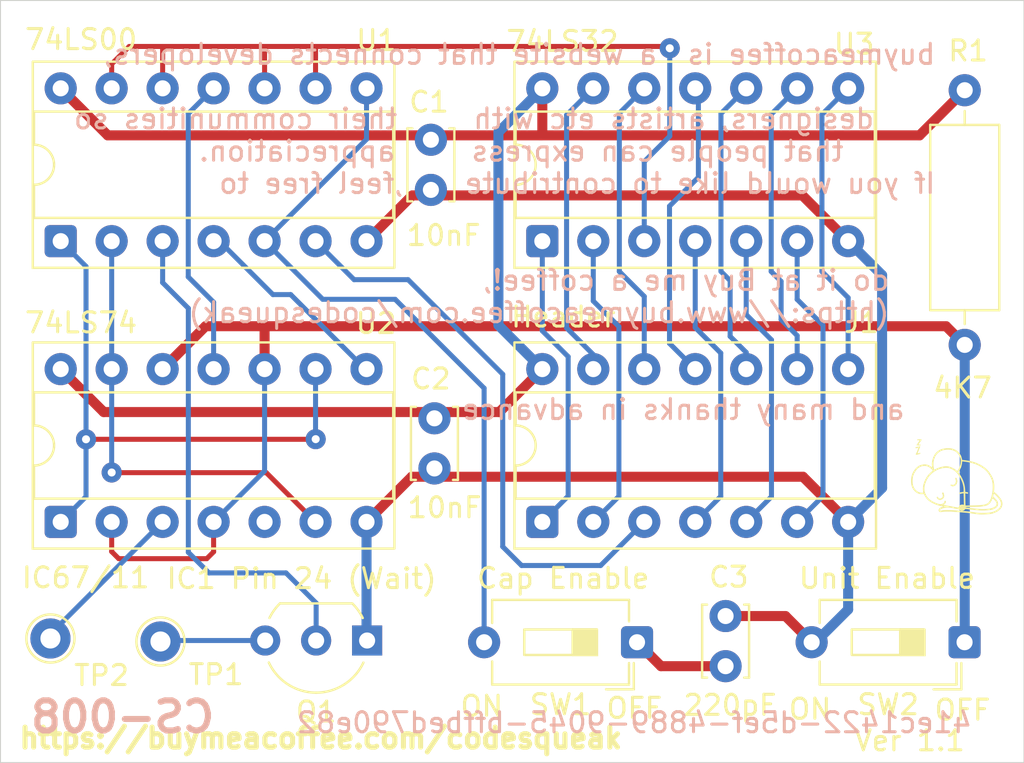
<source format=kicad_pcb>
(kicad_pcb (version 20241229) (generator "pcbnew") (generator_version "9.0")
  (title_block (title "N2 Screen Flash Eliminator - Kicad 9") (date "2025-04-26") (rev "1.1"))
  (layers (0 "F.Cu" signal) (2 "B.Cu" signal) (13 "F.Paste" user) (15 "B.Paste" user) (5 "F.SilkS" user "F.Silkscreen") (7 "B.SilkS" user "B.Silkscreen") (1 "F.Mask" user) (3 "B.Mask" user) (25 "Edge.Cuts" user))
  (net 0 "")
  (net 1 "Net-(C3-Pad1)")
  (net 2 "Net-(J1-Pin_1)")
  (net 3 "Net-(J1-Pin_2)")
  (net 4 "Net-(J1-Pin_3)")
  (net 5 "Net-(J1-Pin_4)")
  (net 6 "Net-(J1-Pin_5)")
  (net 7 "Net-(J1-Pin_6)")
  (net 8 "VCC")
  (net 9 "GND")
  (net 10 "Net-(J1-Pin_8)")
  (net 11 "Net-(J1-Pin_9)")
  (net 12 "Net-(J1-Pin_10)")
  (net 13 "Net-(J1-Pin_11)")
  (net 14 "Net-(J1-Pin_12)")
  (net 15 "Net-(J1-Pin_13)")
  (net 16 "Net-(Q1-B)")
  (net 17 "Net-(Q1-E)")
  (net 18 "Net-(U2A-D)")
  (net 19 "Net-(SW1-Pad2)")
  (net 20 "Net-(U2A-C)")
  (net 21 "Net-(U2A-~{R})")
  (net 22 "Net-(U2A-~{Q})")
  (net 23 "Net-(U2B-~{Q})")
  (net 24 "Net-(U1-Pad10)")
  (net 25 "Net-(U2B-C)")
  (footprint "TestPoint:TestPoint_THTPad_D2.0mm_Drill1.0mm" (layer "F.Cu") (at 111.48875 75.813352)
    (property "Reference" "TP2" (at 2.54788 1.841269 0) (layer "F.SilkS"))
    (property "Value" "IC67/11" (at 1.752942 -3.030278 180) (layer "F.SilkS"))
    (pad "1" thru_hole circle (at 0 0) (size 2 2) (drill 1) (layers "*.Cu" "*.Mask") (net 20 "Net-(U2A-C)"))
  )
  (footprint "Package_TO_SOT_THT:TO-92_Inline_Wide" (layer "F.Cu") (at 127.268962 75.914216 180)
    (property "Reference" "Q1" (at 2.54 -3.56 180) (layer "F.SilkS"))
    (property "Value" "BC557")
    (pad "1" thru_hole rect (at 0 0 180) (size 1.5 1.5) (drill 0.8) (layers "*.Cu" "*.Mask") (net 9 "GND"))
    (pad "2" thru_hole circle (at 2.54 0 180) (size 1.5 1.5) (drill 0.8) (layers "*.Cu" "*.Mask") (net 16 "Net-(Q1-B)"))
    (pad "3" thru_hole circle (at 5.08 0 180) (size 1.5 1.5) (drill 0.8) (layers "*.Cu" "*.Mask") (net 17 "Net-(Q1-E)"))
  )
  (footprint "Package_DIP:DIP-14_W7.62mm_Socket" (layer "F.Cu") (at 136 56 90)
    (property "Reference" "U3" (at 9.826138 15.538879 180) (layer "F.SilkS"))
    (property "Value" "74LS32" (at 9.963723 1.000674 180) (layer "F.SilkS"))
    (pad "1" thru_hole roundrect (at 0 0 90) (size 1.6 1.6) (drill 0.8) (layers "*.Cu" "*.Mask") (roundrect_rratio 0.15625) (net 2 "Net-(J1-Pin_1)"))
    (pad "2" thru_hole circle (at 0 2.54 90) (size 1.6 1.6) (drill 0.8) (layers "*.Cu" "*.Mask") (net 3 "Net-(J1-Pin_2)"))
    (pad "3" thru_hole circle (at 0 5.08 90) (size 1.6 1.6) (drill 0.8) (layers "*.Cu" "*.Mask") (net 24 "Net-(U1-Pad10)"))
    (pad "4" thru_hole circle (at 0 7.62 90) (size 1.6 1.6) (drill 0.8) (layers "*.Cu" "*.Mask") (net 5 "Net-(J1-Pin_4)"))
    (pad "5" thru_hole circle (at 0 10.16 90) (size 1.6 1.6) (drill 0.8) (layers "*.Cu" "*.Mask") (net 6 "Net-(J1-Pin_5)"))
    (pad "6" thru_hole circle (at 0 12.7 90) (size 1.6 1.6) (drill 0.8) (layers "*.Cu" "*.Mask") (net 7 "Net-(J1-Pin_6)"))
    (pad "7" thru_hole circle (at 0 15.24 90) (size 1.6 1.6) (drill 0.8) (layers "*.Cu" "*.Mask") (net 9 "GND"))
    (pad "8" thru_hole circle (at 7.62 15.24 90) (size 1.6 1.6) (drill 0.8) (layers "*.Cu" "*.Mask") (net 10 "Net-(J1-Pin_8)"))
    (pad "9" thru_hole circle (at 7.62 12.7 90) (size 1.6 1.6) (drill 0.8) (layers "*.Cu" "*.Mask") (net 11 "Net-(J1-Pin_9)"))
    (pad "10" thru_hole circle (at 7.62 10.16 90) (size 1.6 1.6) (drill 0.8) (layers "*.Cu" "*.Mask") (net 12 "Net-(J1-Pin_10)"))
    (pad "11" thru_hole circle (at 7.62 7.62 90) (size 1.6 1.6) (drill 0.8) (layers "*.Cu" "*.Mask") (net 13 "Net-(J1-Pin_11)"))
    (pad "12" thru_hole circle (at 7.62 5.08 90) (size 1.6 1.6) (drill 0.8) (layers "*.Cu" "*.Mask") (net 14 "Net-(J1-Pin_12)"))
    (pad "13" thru_hole circle (at 7.62 2.54 90) (size 1.6 1.6) (drill 0.8) (layers "*.Cu" "*.Mask") (net 15 "Net-(J1-Pin_13)"))
    (pad "14" thru_hole circle (at 7.62 0 90) (size 1.6 1.6) (drill 0.8) (layers "*.Cu" "*.Mask") (net 8 "VCC"))
  )
  (footprint "TestPoint:TestPoint_THTPad_D2.0mm_Drill1.0mm" (layer "F.Cu") (at 116.971788 75.962828)
    (property "Reference" "TP1" (at 2.772094 1.651026 0) (layer "F.SilkS"))
    (property "Value" "IC1 Pin 24 (Wait)" (at 7.032149 -3.138988 0) (layer "F.SilkS"))
    (pad "1" thru_hole circle (at 0 0) (size 2 2) (drill 1) (layers "*.Cu" "*.Mask") (net 17 "Net-(Q1-E)"))
  )
  (footprint "Button_Switch_THT:SW_DIP_SPSTx01_Slide_6.7x4.1mm_W7.62mm_P2.54mm_LowProfile" (layer "F.Cu") (at 140.719794 76 180)
    (property "Reference" "SW1" (at 3.81 -3.11 0) (layer "F.SilkS"))
    (property "Value" "Cap Enable" (at 3.679527 3.18695 0) (layer "F.SilkS"))
    (pad "1" thru_hole roundrect (at 0 0 180) (size 1.6 1.6) (drill 0.8) (layers "*.Cu" "*.Mask") (roundrect_rratio 0.15625) (net 1 "Net-(C3-Pad1)"))
    (pad "2" thru_hole circle (at 7.62 0 180) (size 1.6 1.6) (drill 0.8) (layers "*.Cu" "*.Mask") (net 19 "Net-(SW1-Pad2)"))
  )
  (footprint "Capacitor_THT:C_Disc_D3.4mm_W2.1mm_P2.50mm" (layer "F.Cu") (at 130.447432 50.944283 -90)
    (property "Reference" "C1" (at -1.881125 0.096725 180) (layer "F.SilkS"))
    (property "Value" "10nF" (at 4.768843 -0.637064 180) (layer "F.SilkS"))
    (pad "1" thru_hole circle (at 0 0 270) (size 1.6 1.6) (drill 0.8) (layers "*.Cu" "*.Mask") (net 8 "VCC"))
    (pad "2" thru_hole circle (at 2.5 0 270) (size 1.6 1.6) (drill 0.8) (layers "*.Cu" "*.Mask") (net 9 "GND"))
  )
  (footprint "Package_DIP:DIP-14_W7.62mm_Socket" (layer "F.Cu") (at 112 56 90)
    (property "Reference" "U1" (at 10.009585 15.736582 180) (layer "F.SilkS"))
    (property "Value" "74LS00" (at 10.055447 1.01493 180) (layer "F.SilkS"))
    (pad "1" thru_hole roundrect (at 0 0 90) (size 1.6 1.6) (drill 0.8) (layers "*.Cu" "*.Mask") (roundrect_rratio 0.15625) (net 21 "Net-(U2A-~{R})"))
    (pad "2" thru_hole circle (at 0 2.54 90) (size 1.6 1.6) (drill 0.8) (layers "*.Cu" "*.Mask") (net 22 "Net-(U2A-~{Q})"))
    (pad "3" thru_hole circle (at 0 5.08 90) (size 1.6 1.6) (drill 0.8) (layers "*.Cu" "*.Mask") (net 16 "Net-(Q1-B)"))
    (pad "4" thru_hole circle (at 0 7.62 90) (size 1.6 1.6) (drill 0.8) (layers "*.Cu" "*.Mask") (net 23 "Net-(U2B-~{Q})"))
    (pad "5" thru_hole circle (at 0 10.16 90) (size 1.6 1.6) (drill 0.8) (layers "*.Cu" "*.Mask") (net 19 "Net-(SW1-Pad2)"))
    (pad "6" thru_hole circle (at 0 12.7 90) (size 1.6 1.6) (drill 0.8) (layers "*.Cu" "*.Mask") (net 4 "Net-(J1-Pin_3)"))
    (pad "7" thru_hole circle (at 0 15.24 90) (size 1.6 1.6) (drill 0.8) (layers "*.Cu" "*.Mask") (net 9 "GND"))
    (pad "8" thru_hole circle (at 7.62 15.24 90) (size 1.6 1.6) (drill 0.8) (layers "*.Cu" "*.Mask") (net 19 "Net-(SW1-Pad2)"))
    (pad "9" thru_hole circle (at 7.62 12.7 90) (size 1.6 1.6) (drill 0.8) (layers "*.Cu" "*.Mask") (net 24 "Net-(U1-Pad10)"))
    (pad "10" thru_hole circle (at 7.62 10.16 90) (size 1.6 1.6) (drill 0.8) (layers "*.Cu" "*.Mask") (net 24 "Net-(U1-Pad10)"))
    (pad "11" thru_hole circle (at 7.62 7.62 90) (size 1.6 1.6) (drill 0.8) (layers "*.Cu" "*.Mask") (net 25 "Net-(U2B-C)"))
    (pad "12" thru_hole circle (at 7.62 5.08 90) (size 1.6 1.6) (drill 0.8) (layers "*.Cu" "*.Mask") (net 24 "Net-(U1-Pad10)"))
    (pad "13" thru_hole circle (at 7.62 2.54 90) (size 1.6 1.6) (drill 0.8) (layers "*.Cu" "*.Mask") (net 24 "Net-(U1-Pad10)"))
    (pad "14" thru_hole circle (at 7.62 0 90) (size 1.6 1.6) (drill 0.8) (layers "*.Cu" "*.Mask") (net 8 "VCC"))
  )
  (footprint "80bus:sleepymouse_tiny" (layer "F.Cu") (at 156.522194 67.890002)
    (property "Reference" "G1" (hide yes))
    (property "Value" "LOGO" (hide yes))
  )
  (footprint "Capacitor_THT:C_Disc_D3.4mm_W2.1mm_P2.50mm" (layer "F.Cu") (at 130.623978 64.834547 -90)
    (property "Reference" "C2" (at -1.966974 0.181547 180) (layer "F.SilkS"))
    (property "Value" "10nF" (at 4.453684 -0.50638 180) (layer "F.SilkS"))
    (pad "1" thru_hole circle (at 0 0 270) (size 1.6 1.6) (drill 0.8) (layers "*.Cu" "*.Mask") (net 8 "VCC"))
    (pad "2" thru_hole circle (at 2.5 0 270) (size 1.6 1.6) (drill 0.8) (layers "*.Cu" "*.Mask") (net 9 "GND"))
  )
  (footprint "Package_DIP:DIP-14_W7.62mm_Socket" (layer "F.Cu") (at 112 70 90)
    (property "Reference" "U2" (at 9.899425 15.711103 180) (layer "F.SilkS"))
    (property "Value" "74LS74" (at 9.929999 1.01493 180) (layer "F.SilkS"))
    (pad "1" thru_hole roundrect (at 0 0 90) (size 1.6 1.6) (drill 0.8) (layers "*.Cu" "*.Mask") (roundrect_rratio 0.15625) (net 21 "Net-(U2A-~{R})"))
    (pad "2" thru_hole circle (at 0 2.54 90) (size 1.6 1.6) (drill 0.8) (layers "*.Cu" "*.Mask") (net 18 "Net-(U2A-D)"))
    (pad "3" thru_hole circle (at 0 5.08 90) (size 1.6 1.6) (drill 0.8) (layers "*.Cu" "*.Mask") (net 20 "Net-(U2A-C)"))
    (pad "4" thru_hole circle (at 0 7.62 90) (size 1.6 1.6) (drill 0.8) (layers "*.Cu" "*.Mask") (net 18 "Net-(U2A-D)"))
    (pad "5" thru_hole circle (at 0 10.16 90) (size 1.6 1.6) (drill 0.8) (layers "*.Cu" "*.Mask"))
    (pad "6" thru_hole circle (at 0 12.7 90) (size 1.6 1.6) (drill 0.8) (layers "*.Cu" "*.Mask") (net 22 "Net-(U2A-~{Q})"))
    (pad "7" thru_hole circle (at 0 15.24 90) (size 1.6 1.6) (drill 0.8) (layers "*.Cu" "*.Mask") (net 9 "GND"))
    (pad "8" thru_hole circle (at 7.62 15.24 90) (size 1.6 1.6) (drill 0.8) (layers "*.Cu" "*.Mask") (net 23 "Net-(U2B-~{Q})"))
    (pad "9" thru_hole circle (at 7.62 12.7 90) (size 1.6 1.6) (drill 0.8) (layers "*.Cu" "*.Mask") (net 21 "Net-(U2A-~{R})"))
    (pad "10" thru_hole circle (at 7.62 10.16 90) (size 1.6 1.6) (drill 0.8) (layers "*.Cu" "*.Mask") (net 18 "Net-(U2A-D)"))
    (pad "11" thru_hole circle (at 7.62 7.62 90) (size 1.6 1.6) (drill 0.8) (layers "*.Cu" "*.Mask") (net 25 "Net-(U2B-C)"))
    (pad "12" thru_hole circle (at 7.62 5.08 90) (size 1.6 1.6) (drill 0.8) (layers "*.Cu" "*.Mask") (net 18 "Net-(U2A-D)"))
    (pad "13" thru_hole circle (at 7.62 2.54 90) (size 1.6 1.6) (drill 0.8) (layers "*.Cu" "*.Mask") (net 22 "Net-(U2A-~{Q})"))
    (pad "14" thru_hole circle (at 7.62 0 90) (size 1.6 1.6) (drill 0.8) (layers "*.Cu" "*.Mask") (net 8 "VCC"))
  )
  (footprint "Button_Switch_THT:SW_DIP_SPSTx01_Slide_6.7x4.1mm_W7.62mm_P2.54mm_LowProfile" (layer "F.Cu") (at 157.04213 76 180)
    (property "Reference" "SW2" (at 3.81 -3.11 0) (layer "F.SilkS"))
    (property "Value" "Unit Enable" (at 3.863052 3.18695 0) (layer "F.SilkS"))
    (pad "1" thru_hole roundrect (at 0 0 180) (size 1.6 1.6) (drill 0.8) (layers "*.Cu" "*.Mask") (roundrect_rratio 0.15625) (net 18 "Net-(U2A-D)"))
    (pad "2" thru_hole circle (at 7.62 0 180) (size 1.6 1.6) (drill 0.8) (layers "*.Cu" "*.Mask") (net 9 "GND"))
  )
  (footprint "Capacitor_THT:C_Disc_D3.4mm_W2.1mm_P2.50mm" (layer "F.Cu") (at 145.133336 77.194891 90)
    (property "Reference" "C3" (at 4.444091 0.15814 180) (layer "F.SilkS"))
    (property "Value" "220pF" (at -1.945993 0.21929 180) (layer "F.SilkS"))
    (pad "1" thru_hole circle (at 0 0 90) (size 1.6 1.6) (drill 0.8) (layers "*.Cu" "*.Mask") (net 1 "Net-(C3-Pad1)"))
    (pad "2" thru_hole circle (at 2.5 0 90) (size 1.6 1.6) (drill 0.8) (layers "*.Cu" "*.Mask") (net 9 "GND"))
  )
  (footprint "Package_DIP:DIP-14_W7.62mm_Socket" (layer "F.Cu") (at 136 70 90)
    (property "Reference" "J1" (at 9.945286 15.910869 180) (layer "F.SilkS"))
    (property "Value" "Header" (at 10.220458 1.051632 180) (layer "F.SilkS"))
    (pad "1" thru_hole roundrect (at 0 0 90) (size 1.6 1.6) (drill 0.8) (layers "*.Cu" "*.Mask") (roundrect_rratio 0.15625) (net 2 "Net-(J1-Pin_1)"))
    (pad "2" thru_hole circle (at 0 2.54 90) (size 1.6 1.6) (drill 0.8) (layers "*.Cu" "*.Mask") (net 3 "Net-(J1-Pin_2)"))
    (pad "3" thru_hole circle (at 0 5.08 90) (size 1.6 1.6) (drill 0.8) (layers "*.Cu" "*.Mask") (net 4 "Net-(J1-Pin_3)"))
    (pad "4" thru_hole circle (at 0 7.62 90) (size 1.6 1.6) (drill 0.8) (layers "*.Cu" "*.Mask") (net 5 "Net-(J1-Pin_4)"))
    (pad "5" thru_hole circle (at 0 10.16 90) (size 1.6 1.6) (drill 0.8) (layers "*.Cu" "*.Mask") (net 6 "Net-(J1-Pin_5)"))
    (pad "6" thru_hole circle (at 0 12.7 90) (size 1.6 1.6) (drill 0.8) (layers "*.Cu" "*.Mask") (net 7 "Net-(J1-Pin_6)"))
    (pad "7" thru_hole circle (at 0 15.24 90) (size 1.6 1.6) (drill 0.8) (layers "*.Cu" "*.Mask") (net 9 "GND"))
    (pad "8" thru_hole circle (at 7.62 15.24 90) (size 1.6 1.6) (drill 0.8) (layers "*.Cu" "*.Mask") (net 10 "Net-(J1-Pin_8)"))
    (pad "9" thru_hole circle (at 7.62 12.7 90) (size 1.6 1.6) (drill 0.8) (layers "*.Cu" "*.Mask") (net 11 "Net-(J1-Pin_9)"))
    (pad "10" thru_hole circle (at 7.62 10.16 90) (size 1.6 1.6) (drill 0.8) (layers "*.Cu" "*.Mask") (net 12 "Net-(J1-Pin_10)"))
    (pad "11" thru_hole circle (at 7.62 7.62 90) (size 1.6 1.6) (drill 0.8) (layers "*.Cu" "*.Mask") (net 13 "Net-(J1-Pin_11)"))
    (pad "12" thru_hole circle (at 7.62 5.08 90) (size 1.6 1.6) (drill 0.8) (layers "*.Cu" "*.Mask") (net 14 "Net-(J1-Pin_12)"))
    (pad "13" thru_hole circle (at 7.62 2.54 90) (size 1.6 1.6) (drill 0.8) (layers "*.Cu" "*.Mask") (net 15 "Net-(J1-Pin_13)"))
    (pad "14" thru_hole circle (at 7.62 0 90) (size 1.6 1.6) (drill 0.8) (layers "*.Cu" "*.Mask") (net 8 "VCC"))
  )
  (footprint "Resistor_THT:R_Axial_DIN0309_L9.0mm_D3.2mm_P12.70mm_Horizontal" (layer "F.Cu") (at 157.050096 48.473501 -90)
    (property "Reference" "R1" (at -1.961122 -0.167842 180) (layer "F.SilkS"))
    (property "Value" "4K7" (at 14.844635 0.107662 180) (layer "F.SilkS"))
    (pad "1" thru_hole circle (at 0 0 270) (size 1.6 1.6) (drill 0.8) (layers "*.Cu" "*.Mask") (net 8 "VCC"))
    (pad "2" thru_hole oval (at 12.7 0 270) (size 1.6 1.6) (drill 0.8) (layers "*.Cu" "*.Mask") (net 18 "Net-(U2A-D)"))
  )
  (gr_line (start 109 82) (end 109 44) (stroke (width 0.05)) (layer "Edge.Cuts"))
  (gr_line (start 109 44) (end 160 44) (stroke (width 0.05)) (layer "Edge.Cuts"))
  (gr_line (start 160 44) (end 160 82) (stroke (width 0.05)) (layer "Edge.Cuts"))
  (gr_line (start 109 82) (end 160 82) (stroke (width 0.05)) (layer "Edge.Cuts"))
  (gr_text "ON" (at 131.83831 79.774518 0) (layer "F.SilkS") (effects (font (size 1 1)) (justify left bottom)))
  (gr_text "ON" (at 148.197138 79.921453 0) (layer "F.SilkS") (effects (font (size 1 1)) (justify left bottom)))
  (gr_text "OFF" (at 139.109641 79.875847 0) (layer "F.SilkS") (effects (font (size 1 1)) (justify left bottom)))
  (gr_text "https://buymeacoffee.com/codesqueak" (at 124.959888 80.781639 0) (layer "F.SilkS") (effects (font (size 1 1) (thickness 0.25))))
  (gr_text "OFF" (at 155.461205 79.967026 0) (layer "F.SilkS") (effects (font (size 1 1)) (justify left bottom)))
  (gr_text "Ver 1.1" (at 151.469318 81.494777 0) (layer "F.SilkS") (effects (font (size 1 1)) (justify left bottom)))
  (gr_text "CS-008" (at 119.820064 80.597686 0) (layer "B.SilkS") (effects (font (size 1.5 1.5) (thickness 0.3) (bold yes)) (justify left bottom mirror)))
  (gr_text "buymeacoffee is  a website that connects developers, \n\n    designers, artists etc with     their communities so\n      that people can express     appreciation.\nIf you would like to contribute    ,feel free to\n\n\n   do it at Buy me a coffee!,\n   (https://www.buymeacoffee.com/codesqueak)\n\n\n  and many thanks in advance\n" (at 155.669604 64.975441 0) (layer "B.SilkS") (effects (font (size 1 1)) (justify left bottom mirror)))
  (gr_text "41ec1422-d5ef-4889-9045-bffbed790e82" (at 157.490581 80.593881 0) (layer "B.SilkS") (effects (font (size 1 1)) (justify left bottom mirror)))
  (segment (start 145.133336 77.194891) (end 141.914685 77.194891) (width 0.5) (layer "F.Cu") (net 1))
  (segment (start 141.914685 77.194891) (end 140.719794 76) (width 0.5) (layer "F.Cu") (net 1))
  (segment (start 136 70) (end 137.288579 68.711421) (width 0.25) (layer "B.Cu") (net 2))
  (segment (start 137.288579 61.760726) (end 136 60.472147) (width 0.25) (layer "B.Cu") (net 2))
  (segment (start 136 60.472147) (end 136 56) (width 0.25) (layer "B.Cu") (net 2))
  (segment (start 137.288579 68.711421) (end 137.288579 61.760726) (width 0.25) (layer "B.Cu") (net 2))
  (segment (start 138.54 58.984858) (end 138.54 56) (width 0.25) (layer "B.Cu") (net 3))
  (segment (start 138.54 70) (end 139.816077 68.723923) (width 0.25) (layer "B.Cu") (net 3))
  (segment (start 139.816077 68.723923) (end 139.816077 60.260935) (width 0.25) (layer "B.Cu") (net 3))
  (segment (start 139.816077 60.260935) (end 138.54 58.984858) (width 0.25) (layer "B.Cu") (net 3))
  (segment (start 134.966772 72.174792) (end 134.027292 71.235312) (width 0.25) (layer "B.Cu") (net 4))
  (segment (start 141.08 70) (end 138.905208 72.174792) (width 0.25) (layer "B.Cu") (net 4))
  (segment (start 126.619684 57.919684) (end 124.7 56) (width 0.25) (layer "B.Cu") (net 4))
  (segment (start 138.905208 72.174792) (end 134.966772 72.174792) (width 0.25) (layer "B.Cu") (net 4))
  (segment (start 134.027292 62.637226) (end 129.30975 57.919684) (width 0.25) (layer "B.Cu") (net 4))
  (segment (start 134.027292 71.235312) (end 134.027292 62.637226) (width 0.25) (layer "B.Cu") (net 4))
  (segment (start 129.30975 57.919684) (end 126.619684 57.919684) (width 0.25) (layer "B.Cu") (net 4))
  (segment (start 144.891454 61.578801) (end 143.62 60.307347) (width 0.25) (layer "B.Cu") (net 5))
  (segment (start 143.62 70) (end 144.891454 68.728546) (width 0.25) (layer "B.Cu") (net 5))
  (segment (start 143.62 60.307347) (end 143.62 56) (width 0.25) (layer "B.Cu") (net 5))
  (segment (start 144.891454 68.728546) (end 144.891454 61.578801) (width 0.25) (layer "B.Cu") (net 5))
  (segment (start 146.16 70) (end 147.418951 68.741049) (width 0.25) (layer "B.Cu") (net 6))
  (segment (start 147.418951 68.741049) (end 147.418951 60.922014) (width 0.25) (layer "B.Cu") (net 6))
  (segment (start 146.16 59.663063) (end 146.16 56) (width 0.25) (layer "B.Cu") (net 6))
  (segment (start 147.418951 60.922014) (end 146.16 59.663063) (width 0.25) (layer "B.Cu") (net 6))
  (segment (start 148.7 58.905777) (end 148.7 56) (width 0.25) (layer "B.Cu") (net 7))
  (segment (start 149.987214 68.712786) (end 149.987214 60.192991) (width 0.25) (layer "B.Cu") (net 7))
  (segment (start 149.987214 60.192991) (end 148.7 58.905777) (width 0.25) (layer "B.Cu") (net 7))
  (segment (start 148.7 70) (end 149.987214 68.712786) (width 0.25) (layer "B.Cu") (net 7))
  (segment (start 136 62.38) (end 133.858276 64.521724) (width 0.5) (layer "F.Cu") (net 8))
  (segment (start 114.344953 50.724953) (end 112 48.38) (width 0.5) (layer "F.Cu") (net 8))
  (segment (start 136 50.654819) (end 136 48.38) (width 0.5) (layer "F.Cu") (net 8))
  (segment (start 154.798644 50.724953) (end 157.050096 48.473501) (width 0.5) (layer "F.Cu") (net 8))
  (segment (start 135.929866 50.724953) (end 154.798644 50.724953) (width 0.5) (layer "F.Cu") (net 8))
  (segment (start 133.858276 64.521724) (end 114.141724 64.521724) (width 0.5) (layer "F.Cu") (net 8))
  (segment (start 114.141724 64.521724) (end 112 62.38) (width 0.5) (layer "F.Cu") (net 8))
  (segment (start 114.344953 50.724953) (end 135.929866 50.724953) (width 0.5) (layer "F.Cu") (net 8))
  (segment (start 135.929866 50.724953) (end 136 50.654819) (width 0.5) (layer "F.Cu") (net 8))
  (segment (start 136 62.38) (end 133.812547 60.192547) (width 0.5) (layer "B.Cu") (net 8))
  (segment (start 133.812547 50.567453) (end 136 48.38) (width 0.5) (layer "B.Cu") (net 8))
  (segment (start 133.812547 60.192547) (end 133.812547 50.567453) (width 0.5) (layer "B.Cu") (net 8))
  (segment (start 151.24 70) (end 148.987343 67.747343) (width 0.5) (layer "F.Cu") (net 9))
  (segment (start 129.519589 53.720411) (end 127.24 56) (width 0.5) (layer "F.Cu") (net 9))
  (segment (start 148.117021 74.694891) (end 149.42213 76) (width 0.5) (layer "F.Cu") (net 9))
  (segment (start 129.492657 67.747343) (end 127.24 70) (width 0.5) (layer "F.Cu") (net 9))
  (segment (start 145.133336 74.694891) (end 148.117021 74.694891) (width 0.5) (layer "F.Cu") (net 9))
  (segment (start 151.24 56) (end 148.960411 53.720411) (width 0.5) (layer "F.Cu") (net 9))
  (segment (start 148.960411 53.720411) (end 129.519589 53.720411) (width 0.5) (layer "F.Cu") (net 9))
  (segment (start 148.987343 67.747343) (end 129.492657 67.747343) (width 0.5) (layer "F.Cu") (net 9))
  (segment (start 152.93184 57.69184) (end 152.93184 68.30816) (width 0.5) (layer "B.Cu") (net 9))
  (segment (start 152.93184 68.30816) (end 151.24 70) (width 0.5) (layer "B.Cu") (net 9))
  (segment (start 151.24 56) (end 152.93184 57.69184) (width 0.5) (layer "B.Cu") (net 9))
  (segment (start 127.24 70) (end 127.24 75.885254) (width 0.5) (layer "B.Cu") (net 9))
  (segment (start 151.24 74.368061) (end 149.42213 76.185931) (width 0.5) (layer "B.Cu") (net 9))
  (segment (start 151.24 70) (end 151.24 74.368061) (width 0.5) (layer "B.Cu") (net 9))
  (segment (start 149.934303 49.685697) (end 151.24 48.38) (width 0.25) (layer "B.Cu") (net 10))
  (segment (start 151.24 58.819701) (end 149.934303 57.514004) (width 0.25) (layer "B.Cu") (net 10))
  (segment (start 151.24 62.38) (end 151.24 58.819701) (width 0.25) (layer "B.Cu") (net 10))
  (segment (start 149.934303 57.514004) (end 149.934303 49.685697) (width 0.25) (layer "B.Cu") (net 10))
  (segment (start 148.7 62.38) (end 148.7 60.708306) (width 0.25) (layer "B.Cu") (net 11))
  (segment (start 147.406806 57.514005) (end 147.406806 49.673194) (width 0.25) (layer "B.Cu") (net 11))
  (segment (start 147.900001 59.908307) (end 147.900001 58.0072) (width 0.25) (layer "B.Cu") (net 11))
  (segment (start 147.406806 49.673194) (end 148.7 48.38) (width 0.25) (layer "B.Cu") (net 11))
  (segment (start 147.900001 58.0072) (end 147.406806 57.514005) (width 0.25) (layer "B.Cu") (net 11))
  (segment (start 148.7 60.708306) (end 147.900001 59.908307) (width 0.25) (layer "B.Cu") (net 11))
  (segment (start 146.16 62.38) (end 146.16 61.548117) (width 0.25) (layer "B.Cu") (net 12))
  (segment (start 145.360001 60.748118) (end 145.360001 57.967519) (width 0.25) (layer "B.Cu") (net 12))
  (segment (start 145.360001 57.967519) (end 144.901957 57.509475) (width 0.25) (layer "B.Cu") (net 12))
  (segment (start 144.901957 49.638043) (end 146.16 48.38) (width 0.25) (layer "B.Cu") (net 12))
  (segment (start 146.16 61.548117) (end 145.360001 60.748118) (width 0.25) (layer "B.Cu") (net 12))
  (segment (start 144.901957 57.509475) (end 144.901957 49.638043) (width 0.25) (layer "B.Cu") (net 12))
  (segment (start 143.62 62.38) (end 142.338223 61.098223) (width 0.25) (layer "B.Cu") (net 13))
  (segment (start 142.338223 54.254133) (end 143.777347 52.815009) (width 0.25) (layer "B.Cu") (net 13))
  (segment (start 142.338223 61.098223) (end 142.338223 54.254133) (width 0.25) (layer "B.Cu") (net 13))
  (segment (start 143.777347 52.815009) (end 143.777347 48.537347) (width 0.25) (layer "B.Cu") (net 13))
  (segment (start 139.837904 57.514005) (end 139.837904 49.622096) (width 0.25) (layer "B.Cu") (net 14))
  (segment (start 139.837904 49.622096) (end 141.08 48.38) (width 0.25) (layer "B.Cu") (net 14))
  (segment (start 141.08 62.38) (end 141.08 58.756101) (width 0.25) (layer "B.Cu") (net 14))
  (segment (start 141.08 58.756101) (end 139.837904 57.514005) (width 0.25) (layer "B.Cu") (net 14))
  (segment (start 137.209246 60.327053) (end 138.54 61.657807) (width 0.25) (layer "B.Cu") (net 15))
  (segment (start 137.209246 60.327053) (end 137.209246 49.710754) (width 0.25) (layer "B.Cu") (net 15))
  (segment (start 137.209246 49.710754) (end 138.54 48.38) (width 0.25) (layer "B.Cu") (net 15))
  (segment (start 138.54 61.657807) (end 138.54 62.38) (width 0.25) (layer "B.Cu") (net 15))
  (segment (start 118.360595 59.348997) (end 118.360595 71.517187) (width 0.25) (layer "B.Cu") (net 16))
  (segment (start 117.08 58.068402) (end 118.360595 59.348997) (width 0.25) (layer "B.Cu") (net 16))
  (segment (start 118.360595 71.517187) (end 119.3865 72.543092) (width 0.25) (layer "B.Cu") (net 16))
  (segment (start 119.3865 72.543092) (end 123.226519 72.543092) (width 0.25) (layer "B.Cu") (net 16))
  (segment (start 124.728962 74.045535) (end 124.728962 75.914216) (width 0.25) (layer "B.Cu") (net 16))
  (segment (start 117.08 56) (end 117.08 58.068402) (width 0.25) (layer "B.Cu") (net 16))
  (segment (start 123.226519 72.543092) (end 124.728962 74.045535) (width 0.25) (layer "B.Cu") (net 16))
  (segment (start 122.188962 75.914216) (end 117.0204 75.914216) (width 0.25) (layer "B.Cu") (net 17))
  (segment (start 119.278172 71.833913) (end 114.893303 71.833913) (width 0.25) (layer "F.Cu") (net 18))
  (segment (start 122.152626 60.24213) (end 156.118725 60.24213) (width 0.5) (layer "F.Cu") (net 18))
  (segment (start 122.152626 60.24213) (end 119.21787 60.24213) (width 0.5) (layer "F.Cu") (net 18))
  (segment (start 122.16 60.249504) (end 122.152626 60.24213) (width 0.25) (layer "F.Cu") (net 18))
  (segment (start 119.62 71.492085) (end 119.278172 71.833913) (width 0.25) (layer "F.Cu") (net 18))
  (segment (start 119.62 70) (end 119.62 71.492085) (width 0.25) (layer "F.Cu") (net 18))
  (segment (start 122.16 62.38) (end 122.16 60.249504) (width 0.5) (layer "F.Cu") (net 18))
  (segment (start 157.050096 61.173501) (end 156.118725 60.24213) (width 0.5) (layer "F.Cu") (net 18))
  (segment (start 114.54 71.48061) (end 114.54 70) (width 0.25) (layer "F.Cu") (net 18))
  (segment (start 119.21787 60.24213) (end 117.08 62.38) (width 0.5) (layer "F.Cu") (net 18))
  (segment (start 114.893303 71.833913) (end 114.54 71.48061) (width 0.25) (layer "F.Cu") (net 18))
  (segment (start 122.16 67.46) (end 119.62 70) (width 0.25) (layer "B.Cu") (net 18))
  (segment (start 157.050096 61.173501) (end 157.050096 76.177965) (width 0.5) (layer "B.Cu") (net 18))
  (segment (start 122.16 62.38) (end 122.16 67.46) (width 0.25) (layer "B.Cu") (net 18))
  (segment (start 122.16 56) (end 125.05807 58.89807) (width 0.25) (layer "B.Cu") (net 19))
  (segment (start 125.05807 58.89807) (end 128.664287 58.89807) (width 0.25) (layer "B.Cu") (net 19))
  (segment (start 127.24 48.38) (end 127.24 50.92) (width 0.25) (layer "B.Cu") (net 19))
  (segment (start 127.24 50.92) (end 122.16 56) (width 0.25) (layer "B.Cu") (net 19))
  (segment (start 133.099794 63.333577) (end 128.664287 58.89807) (width 0.25) (layer "B.Cu") (net 19))
  (segment (start 133.099794 76) (end 133.099794 63.333577) (width 0.25) (layer "B.Cu") (net 19))
  (segment (start 117.08 70) (end 111.48875 75.59125) (width 0.25) (layer "B.Cu") (net 20))
  (segment (start 113.261555 65.880442) (end 124.700145 65.880442) (width 0.25) (layer "F.Cu") (net 21))
  (segment (start 124.700145 65.880442) (end 124.70694 65.873647) (width 0.25) (layer "F.Cu") (net 21))
  (via (at 113.261555 65.880442) (size 1) (drill 0.4) (layers "F.Cu" "B.Cu") (net 21))
  (via (at 124.70694 65.873647) (size 1) (drill 0.4) (layers "F.Cu" "B.Cu") (net 21))
  (segment (start 112 56) (end 113.261555 57.261555) (width 0.25) (layer "B.Cu") (net 21))
  (segment (start 113.261555 57.261555) (end 113.261555 65.880442) (width 0.25) (layer "B.Cu") (net 21))
  (segment (start 124.7 65.866707) (end 124.70694 65.873647) (width 0.25) (layer "B.Cu") (net 21))
  (segment (start 124.7 62.38) (end 124.7 65.866707) (width 0.25) (layer "B.Cu") (net 21))
  (segment (start 113.261555 68.738445) (end 112 70) (width 0.25) (layer "B.Cu") (net 21))
  (segment (start 113.261555 65.880442) (end 113.261555 68.738445) (width 0.25) (layer "B.Cu") (net 21))
  (segment (start 114.549392 67.545057) (end 122.245057 67.545057) (width 0.25) (layer "F.Cu") (net 22))
  (segment (start 114.540333 67.535998) (end 114.549392 67.545057) (width 0.25) (layer "F.Cu") (net 22))
  (segment (start 122.245057 67.545057) (end 124.7 70) (width 0.25) (layer "F.Cu") (net 22))
  (via (at 114.540333 67.535998) (size 1) (drill 0.4) (layers "F.Cu" "B.Cu") (net 22))
  (segment (start 114.54 56) (end 114.54 62.38) (width 0.25) (layer "B.Cu") (net 22))
  (segment (start 114.540333 67.535998) (end 114.54 67.535665) (width 0.25) (layer "B.Cu") (net 22))
  (segment (start 114.54 67.535665) (end 114.54 62.38) (width 0.25) (layer "B.Cu") (net 22))
  (segment (start 122.574935 58.663944) (end 123.460354 58.663944) (width 0.25) (layer "B.Cu") (net 23))
  (segment (start 123.460354 58.663944) (end 127.17641 62.38) (width 0.25) (layer "B.Cu") (net 23))
  (segment (start 119.910991 56) (end 122.574935 58.663944) (width 0.25) (layer "B.Cu") (net 23))
  (segment (start 124.71892 46.291304) (end 122.150657 46.291304) (width 0.25) (layer "F.Cu") (net 24))
  (segment (start 117.08 46.320555) (end 117.109251 46.291304) (width 0.25) (layer "F.Cu") (net 24))
  (segment (start 124.7 48.38) (end 124.7 46.310224) (width 0.25) (layer "F.Cu") (net 24))
  (segment (start 114.54 47.167064) (end 114.54 48.38) (width 0.25) (layer "F.Cu") (net 24))
  (segment (start 117.109251 46.291304) (end 115.41576 46.291304) (width 0.25) (layer "F.Cu") (net 24))
  (segment (start 142.261076 46.291304) (end 124.71892 46.291304) (width 0.25) (layer "F.Cu") (net 24))
  (segment (start 124.7 46.310224) (end 124.71892 46.291304) (width 0.25) (layer "F.Cu") (net 24))
  (segment (start 122.150657 46.291304) (end 117.109251 46.291304) (width 0.25) (layer "F.Cu") (net 24))
  (segment (start 117.08 48.38) (end 117.08 46.320555) (width 0.25) (layer "F.Cu") (net 24))
  (segment (start 122.16 48.38) (end 122.16 46.300647) (width 0.25) (layer "F.Cu") (net 24))
  (segment (start 122.16 46.300647) (end 122.150657 46.291304) (width 0.25) (layer "F.Cu") (net 24))
  (segment (start 142.350534 46.380762) (end 142.261076 46.291304) (width 0.25) (layer "F.Cu") (net 24))
  (segment (start 115.41576 46.291304) (end 114.54 47.167064) (width 0.25) (layer "F.Cu") (net 24))
  (via (at 142.350534 46.380762) (size 1) (drill 0.4) (layers "F.Cu" "B.Cu") (net 24))
  (segment (start 142.350534 46.380762) (end 142.350534 50.763116) (width 0.25) (layer "B.Cu") (net 24))
  (segment (start 141.08 52.03365) (end 141.08 56) (width 0.25) (layer "B.Cu") (net 24))
  (segment (start 142.350534 50.763116) (end 141.08 52.03365) (width 0.25) (layer "B.Cu") (net 24))
  (segment (start 119.62 59.047403) (end 119.62 62.38) (width 0.25) (layer "B.Cu") (net 25))
  (segment (start 118.356672 49.643328) (end 118.356672 57.784075) (width 0.25) (layer "B.Cu") (net 25))
  (segment (start 119.62 48.38) (end 118.356672 49.643328) (width 0.25) (layer "B.Cu") (net 25))
  (segment (start 118.356672 57.784075) (end 119.62 59.047403) (width 0.25) (layer "B.Cu") (net 25))
)
</source>
